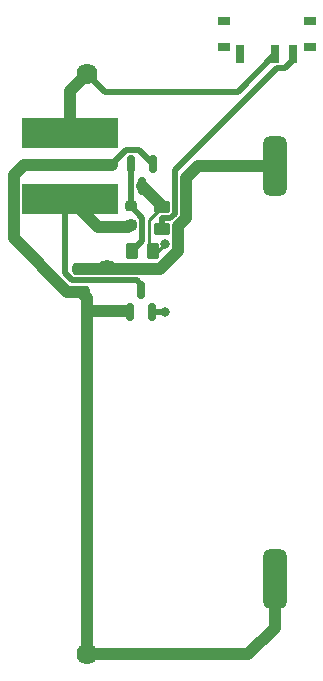
<source format=gbr>
%TF.GenerationSoftware,KiCad,Pcbnew,7.0.1*%
%TF.CreationDate,2024-04-03T13:53:06+02:00*%
%TF.ProjectId,filament,66696c61-6d65-46e7-942e-6b696361645f,rev?*%
%TF.SameCoordinates,Original*%
%TF.FileFunction,Copper,L2,Bot*%
%TF.FilePolarity,Positive*%
%FSLAX46Y46*%
G04 Gerber Fmt 4.6, Leading zero omitted, Abs format (unit mm)*
G04 Created by KiCad (PCBNEW 7.0.1) date 2024-04-03 13:53:06*
%MOMM*%
%LPD*%
G01*
G04 APERTURE LIST*
G04 Aperture macros list*
%AMRoundRect*
0 Rectangle with rounded corners*
0 $1 Rounding radius*
0 $2 $3 $4 $5 $6 $7 $8 $9 X,Y pos of 4 corners*
0 Add a 4 corners polygon primitive as box body*
4,1,4,$2,$3,$4,$5,$6,$7,$8,$9,$2,$3,0*
0 Add four circle primitives for the rounded corners*
1,1,$1+$1,$2,$3*
1,1,$1+$1,$4,$5*
1,1,$1+$1,$6,$7*
1,1,$1+$1,$8,$9*
0 Add four rect primitives between the rounded corners*
20,1,$1+$1,$2,$3,$4,$5,0*
20,1,$1+$1,$4,$5,$6,$7,0*
20,1,$1+$1,$6,$7,$8,$9,0*
20,1,$1+$1,$8,$9,$2,$3,0*%
G04 Aperture macros list end*
%TA.AperFunction,SMDPad,CuDef*%
%ADD10RoundRect,0.500000X0.500000X-2.000000X0.500000X2.000000X-0.500000X2.000000X-0.500000X-2.000000X0*%
%TD*%
%TA.AperFunction,ComponentPad*%
%ADD11C,1.785000*%
%TD*%
%TA.AperFunction,SMDPad,CuDef*%
%ADD12RoundRect,0.250000X-0.450000X0.262500X-0.450000X-0.262500X0.450000X-0.262500X0.450000X0.262500X0*%
%TD*%
%TA.AperFunction,SMDPad,CuDef*%
%ADD13RoundRect,0.225000X0.375000X-0.225000X0.375000X0.225000X-0.375000X0.225000X-0.375000X-0.225000X0*%
%TD*%
%TA.AperFunction,SMDPad,CuDef*%
%ADD14RoundRect,0.150000X-0.150000X0.587500X-0.150000X-0.587500X0.150000X-0.587500X0.150000X0.587500X0*%
%TD*%
%TA.AperFunction,SMDPad,CuDef*%
%ADD15R,8.200000X2.600000*%
%TD*%
%TA.AperFunction,SMDPad,CuDef*%
%ADD16RoundRect,0.250000X-0.262500X-0.450000X0.262500X-0.450000X0.262500X0.450000X-0.262500X0.450000X0*%
%TD*%
%TA.AperFunction,SMDPad,CuDef*%
%ADD17RoundRect,0.150000X0.150000X-0.587500X0.150000X0.587500X-0.150000X0.587500X-0.150000X-0.587500X0*%
%TD*%
%TA.AperFunction,SMDPad,CuDef*%
%ADD18RoundRect,0.250000X-0.475000X0.250000X-0.475000X-0.250000X0.475000X-0.250000X0.475000X0.250000X0*%
%TD*%
%TA.AperFunction,SMDPad,CuDef*%
%ADD19R,0.700000X1.500000*%
%TD*%
%TA.AperFunction,SMDPad,CuDef*%
%ADD20R,1.000000X0.800000*%
%TD*%
%TA.AperFunction,SMDPad,CuDef*%
%ADD21RoundRect,0.225000X-0.250000X0.225000X-0.250000X-0.225000X0.250000X-0.225000X0.250000X0.225000X0*%
%TD*%
%TA.AperFunction,ViaPad*%
%ADD22C,0.800000*%
%TD*%
%TA.AperFunction,Conductor*%
%ADD23C,0.500000*%
%TD*%
%TA.AperFunction,Conductor*%
%ADD24C,1.000000*%
%TD*%
%TA.AperFunction,Conductor*%
%ADD25C,0.250000*%
%TD*%
G04 APERTURE END LIST*
D10*
%TO.P,D2,1,K*%
%TO.N,GND*%
X146300000Y-115000000D03*
%TO.P,D2,2,A*%
%TO.N,Net-(D1-K)*%
X146300000Y-80000000D03*
%TD*%
D11*
%TO.P,BT1,P*%
%TO.N,Net-(SW1-B)*%
X130400000Y-72250000D03*
%TO.P,BT1,N*%
%TO.N,GND*%
X130400000Y-121350000D03*
%TD*%
D12*
%TO.P,R1,2*%
%TO.N,Net-(SW1-C)*%
X136700000Y-85312500D03*
%TO.P,R1,1*%
%TO.N,Net-(Q1-C)*%
X136700000Y-83487500D03*
%TD*%
D13*
%TO.P,D1,2,A*%
%TO.N,Net-(D1-A)*%
X132078596Y-85150000D03*
%TO.P,D1,1,K*%
%TO.N,Net-(D1-K)*%
X132078596Y-88450000D03*
%TD*%
D14*
%TO.P,Q1,3,C*%
%TO.N,Net-(Q1-C)*%
X135033596Y-81697500D03*
%TO.P,Q1,2,E*%
%TO.N,GND*%
X135983596Y-79822500D03*
%TO.P,Q1,1,B*%
%TO.N,Net-(Q1-B)*%
X134083596Y-79822500D03*
%TD*%
D15*
%TO.P,L1,1,1*%
%TO.N,Net-(D1-A)*%
X128978596Y-82800000D03*
%TO.P,L1,2,2*%
%TO.N,Net-(SW1-B)*%
X128978596Y-77200000D03*
%TD*%
D16*
%TO.P,R2,2*%
%TO.N,Net-(Q1-C)*%
X136012500Y-87200000D03*
%TO.P,R2,1*%
%TO.N,Net-(Q1-B)*%
X134187500Y-87200000D03*
%TD*%
D17*
%TO.P,Q2,3,C*%
%TO.N,Net-(D1-A)*%
X134950000Y-90525000D03*
%TO.P,Q2,2,E*%
%TO.N,GND*%
X134000000Y-92400000D03*
%TO.P,Q2,1,B*%
%TO.N,Net-(Q1-C)*%
X135900000Y-92400000D03*
%TD*%
D18*
%TO.P,C2,2*%
%TO.N,GND*%
X129878596Y-90650000D03*
%TO.P,C2,1*%
%TO.N,Net-(D1-K)*%
X129878596Y-88750000D03*
%TD*%
D19*
%TO.P,SW1,3,C*%
%TO.N,Net-(SW1-C)*%
X147850000Y-70550000D03*
%TO.P,SW1,2,B*%
%TO.N,Net-(SW1-B)*%
X146350000Y-70550000D03*
%TO.P,SW1,1,A*%
%TO.N,unconnected-(SW1-A-Pad1)*%
X143350000Y-70550000D03*
D20*
%TO.P,SW1,*%
%TO.N,*%
X149250000Y-69900000D03*
X149250000Y-67700000D03*
X141950000Y-69900000D03*
X141950000Y-67700000D03*
%TD*%
D21*
%TO.P,C1,2*%
%TO.N,Net-(D1-A)*%
X134078596Y-84975000D03*
%TO.P,C1,1*%
%TO.N,Net-(Q1-B)*%
X134078596Y-83425000D03*
%TD*%
D22*
%TO.N,Net-(Q1-C)*%
X137000500Y-86606787D03*
X137000000Y-92400000D03*
%TD*%
D23*
%TO.N,Net-(D1-A)*%
X134950000Y-90050000D02*
X134600000Y-89700000D01*
X134950000Y-90525000D02*
X134950000Y-90050000D01*
D24*
%TO.N,Net-(D1-K)*%
X139800000Y-80000000D02*
X146300000Y-80000000D01*
X136400000Y-88700000D02*
X136568503Y-88700000D01*
X136568503Y-88700000D02*
X138100000Y-87168503D01*
X136350000Y-88750000D02*
X136400000Y-88700000D01*
X138100000Y-85133452D02*
X138800000Y-84433452D01*
X138800000Y-81000000D02*
X139800000Y-80000000D01*
X131778596Y-88750000D02*
X136350000Y-88750000D01*
X138800000Y-84433452D02*
X138800000Y-81000000D01*
X138100000Y-87168503D02*
X138100000Y-85133452D01*
D23*
%TO.N,Net-(Q1-C)*%
X137000000Y-92400000D02*
X135900000Y-92400000D01*
D25*
X136407287Y-87200000D02*
X137000500Y-86606787D01*
X136012500Y-87200000D02*
X136407287Y-87200000D01*
D24*
%TO.N,GND*%
X130400000Y-92300000D02*
X130400000Y-91171404D01*
X130400000Y-92300000D02*
X133900000Y-92300000D01*
X130400000Y-121350000D02*
X130400000Y-92300000D01*
D23*
%TO.N,Net-(SW1-C)*%
X147850000Y-71050000D02*
X147850000Y-70550000D01*
X147150000Y-71750000D02*
X147850000Y-71050000D01*
X146450000Y-71750000D02*
X147150000Y-71750000D01*
X137850000Y-84039949D02*
X137850000Y-80350000D01*
X137439949Y-84450000D02*
X137850000Y-84039949D01*
X137850000Y-80350000D02*
X146450000Y-71750000D01*
X136700000Y-84450000D02*
X137439949Y-84450000D01*
X136700000Y-85312500D02*
X136700000Y-84450000D01*
D25*
%TO.N,Net-(Q1-C)*%
X135603596Y-84583904D02*
X136700000Y-83487500D01*
X136012500Y-87200000D02*
X135603596Y-86791096D01*
X135603596Y-86791096D02*
X135603596Y-84583904D01*
D23*
%TO.N,GND*%
X132500000Y-79820068D02*
X132500000Y-79900000D01*
X133685068Y-78635000D02*
X132500000Y-79820068D01*
X134796096Y-78635000D02*
X133685068Y-78635000D01*
X135983596Y-79822500D02*
X134796096Y-78635000D01*
D24*
X125078596Y-79900000D02*
X132500000Y-79900000D01*
X124178596Y-80800000D02*
X125078596Y-79900000D01*
X124178596Y-86122098D02*
X124178596Y-80800000D01*
X128706498Y-90650000D02*
X124178596Y-86122098D01*
X129878596Y-90650000D02*
X128706498Y-90650000D01*
D23*
%TO.N,Net-(SW1-B)*%
X143160000Y-73740000D02*
X131890000Y-73740000D01*
X131890000Y-73740000D02*
X130400000Y-72250000D01*
X146350000Y-70550000D02*
X143160000Y-73740000D01*
D24*
X128978596Y-73671404D02*
X130400000Y-72250000D01*
X128978596Y-77200000D02*
X128978596Y-73671404D01*
%TO.N,Net-(Q1-C)*%
X136700000Y-83363904D02*
X135033596Y-81697500D01*
X136700000Y-83487500D02*
X136700000Y-83363904D01*
D23*
%TO.N,Net-(Q1-B)*%
X134078596Y-83425000D02*
X134078596Y-79827500D01*
X134078596Y-79827500D02*
X134083596Y-79822500D01*
X135028596Y-84375000D02*
X134078596Y-83425000D01*
X134187500Y-87200000D02*
X135028596Y-86358904D01*
X135028596Y-86358904D02*
X135028596Y-84375000D01*
%TO.N,Net-(D1-A)*%
X128500000Y-89100000D02*
X128500000Y-83278596D01*
X129100000Y-89700000D02*
X128500000Y-89100000D01*
X134600000Y-89700000D02*
X129100000Y-89700000D01*
X128500000Y-83278596D02*
X128978596Y-82800000D01*
D24*
X133903596Y-85150000D02*
X134078596Y-84975000D01*
X132078596Y-85150000D02*
X133903596Y-85150000D01*
X131328596Y-85150000D02*
X128978596Y-82800000D01*
X132078596Y-85150000D02*
X131328596Y-85150000D01*
%TO.N,Net-(D1-K)*%
X131778596Y-88750000D02*
X132078596Y-88450000D01*
X129878596Y-88750000D02*
X131778596Y-88750000D01*
%TO.N,Net-(Q1-C)*%
X136050000Y-87237500D02*
X136012500Y-87200000D01*
%TO.N,GND*%
X129878596Y-90650000D02*
X130428596Y-91200000D01*
X129878596Y-90650000D02*
X130400000Y-91171404D01*
X144050000Y-121350000D02*
X146300000Y-119100000D01*
X146300000Y-119100000D02*
X146300000Y-115000000D01*
X130400000Y-121350000D02*
X144050000Y-121350000D01*
%TD*%
M02*

</source>
